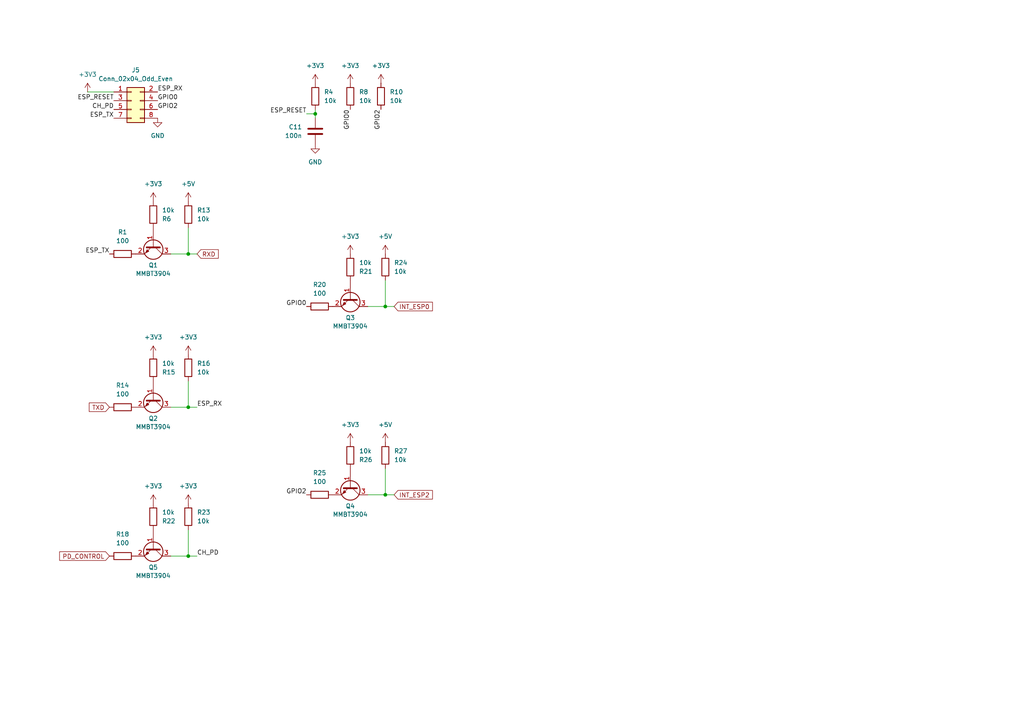
<source format=kicad_sch>
(kicad_sch (version 20231120) (generator "eeschema") (generator_version "8.0")
  (paper "A4")
  (title_block (title "Connectivity module") (comment 1 "ESP-01 (ESP8266) connector and related parts"))
  (lib_symbols
    (symbol "Connector_Generic:Conn_02x04_Odd_Even" (pin_names (offset 1.016) hide)
      (property "Reference" "J" (at 1.27 5.08 0))
      (property "Value" "Conn_02x04_Odd_Even" (at 1.27 -7.62 0))
      (symbol "Conn_02x04_Odd_Even_1_1"
        (rectangle (start -1.27 -4.953) (end 0 -5.207) (stroke (width 0.1524)))
        (rectangle (start -1.27 -2.413) (end 0 -2.667) (stroke (width 0.1524)))
        (rectangle (start -1.27 0.127) (end 0 -0.127) (stroke (width 0.1524)))
        (rectangle (start -1.27 2.667) (end 0 2.413) (stroke (width 0.1524)))
        (rectangle (start -1.27 3.81) (end 3.81 -6.35) (stroke (width 0.254)) (fill (type background)))
        (rectangle (start 3.81 -4.953) (end 2.54 -5.207) (stroke (width 0.1524)))
        (rectangle (start 3.81 -2.413) (end 2.54 -2.667) (stroke (width 0.1524)))
        (rectangle (start 3.81 0.127) (end 2.54 -0.127) (stroke (width 0.1524)))
        (rectangle (start 3.81 2.667) (end 2.54 2.413) (stroke (width 0.1524)))
        (pin passive line (at -5.08 2.54 0) (length 3.81) (name "Pin_1") (number "1"))
        (pin passive line (at 7.62 2.54 180) (length 3.81) (name "Pin_2") (number "2"))
        (pin passive line (at -5.08 0 0) (length 3.81) (name "Pin_3") (number "3"))
        (pin passive line (at 7.62 0 180) (length 3.81) (name "Pin_4") (number "4"))
        (pin passive line (at -5.08 -2.54 0) (length 3.81) (name "Pin_5") (number "5"))
        (pin passive line (at 7.62 -2.54 180) (length 3.81) (name "Pin_6") (number "6"))
        (pin passive line (at -5.08 -5.08 0) (length 3.81) (name "Pin_7") (number "7"))
        (pin passive line (at 7.62 -5.08 180) (length 3.81) (name "Pin_8") (number "8"))
      )
    )
    (symbol "Device:C" (pin_numbers hide) (pin_names (offset 0.254))
      (property "Reference" "C" (at 0.635 2.54 0))
      (property "Value" "C" (at 0.635 -2.54 0))
      (symbol "C_0_1"
        (polyline (pts (xy -2.032 -0.762) (xy 2.032 -0.762)) (stroke (width 0.508)))
        (polyline (pts (xy -2.032 0.762) (xy 2.032 0.762)) (stroke (width 0.508)))
      )
      (symbol "C_1_1"
        (pin passive line (at 0 3.81 270) (length 2.794) (name "~") (number "1"))
        (pin passive line (at 0 -3.81 90) (length 2.794) (name "~") (number "2"))
      )
    )
    (symbol "Device:R" (pin_numbers hide) (pin_names (offset 0))
      (property "Reference" "R" (at 2.032 0 90))
      (property "Value" "R" (at 0 0 90))
      (symbol "R_0_1"
        (rectangle (start -1.016 -2.54) (end 1.016 2.54) (stroke (width 0.254)))
      )
      (symbol "R_1_1"
        (pin passive line (at 0 3.81 270) (length 1.27) (name "~") (number "1"))
        (pin passive line (at 0 -3.81 90) (length 1.27) (name "~") (number "2"))
      )
    )
    (symbol "Transistor_BJT:MMBT3904" (pin_names (offset 0) hide)
      (property "Reference" "Q" (at 5.08 1.905 0))
      (property "Value" "MMBT3904" (at 5.08 0 0))
      (symbol "MMBT3904_0_1"
        (polyline (pts (xy 0.635 0.635) (xy 2.54 2.54)))
        (polyline (pts (xy 0.635 -0.635) (xy 2.54 -2.54) (xy 2.54 -2.54)))
        (polyline (pts (xy 0.635 1.905) (xy 0.635 -1.905) (xy 0.635 -1.905)) (stroke (width 0.508)))
        (polyline (pts (xy 1.27 -1.778) (xy 1.778 -1.27) (xy 2.286 -2.286) (xy 1.27 -1.778) (xy 1.27 -1.778)) (fill (type outline)))
        (circle (center 1.27 0) (radius 2.8194) (stroke (width 0.254)))
      )
      (symbol "MMBT3904_1_1"
        (pin input line (at -5.08 0 0) (length 5.715) (name "B") (number "1"))
        (pin passive line (at 2.54 -5.08 90) (length 2.54) (name "E") (number "2"))
        (pin passive line (at 2.54 5.08 270) (length 2.54) (name "C") (number "3"))
      )
    )
    (symbol "power:+3V3" (power) (pin_numbers hide) (pin_names (offset 0) hide)
      (property "Value" "+3V3" (at 0 3.556 0))
      (symbol "+3V3_0_1"
        (polyline (pts (xy -0.762 1.27) (xy 0 2.54)))
        (polyline (pts (xy 0 0) (xy 0 2.54)))
        (polyline (pts (xy 0 2.54) (xy 0.762 1.27)))
      )
      (symbol "+3V3_1_1"
        (pin power_in line (at 0 0 90) (length 0) (name "~") (number "1"))
      )
    )
    (symbol "power:+5V" (power) (pin_numbers hide) (pin_names (offset 0) hide)
      (property "Value" "+5V" (at 0 3.556 0))
      (symbol "+5V_0_1"
        (polyline (pts (xy -0.762 1.27) (xy 0 2.54)))
        (polyline (pts (xy 0 0) (xy 0 2.54)))
        (polyline (pts (xy 0 2.54) (xy 0.762 1.27)))
      )
      (symbol "+5V_1_1"
        (pin power_in line (at 0 0 90) (length 0) (name "~") (number "1"))
      )
    )
    (symbol "power:GND" (power) (pin_numbers hide) (pin_names (offset 0) hide)
      (property "Value" "GND" (at 0 -3.81 0))
      (symbol "GND_0_1"
        (polyline (pts (xy 0 0) (xy 0 -1.27) (xy 1.27 -1.27) (xy 0 -2.54) (xy -1.27 -1.27) (xy 0 -1.27)))
      )
      (symbol "GND_1_1"
        (pin power_in line (at 0 0 270) (length 0) (name "~") (number "1"))
      )
    )
  )
  (junction (at 54.61 161.29))
  (junction (at 54.61 73.66))
  (junction (at 111.76 143.51))
  (junction (at 54.61 118.11))
  (junction (at 91.44 33.02))
  (junction (at 111.76 88.9))
  (wire (pts (xy 54.61 161.29) (xy 54.61 153.67)))
  (wire (pts (xy 91.44 31.75) (xy 91.44 33.02)))
  (wire (pts (xy 54.61 118.11) (xy 54.61 110.49)))
  (wire (pts (xy 49.53 161.29) (xy 54.61 161.29)))
  (wire (pts (xy 106.68 88.9) (xy 111.76 88.9)))
  (wire (pts (xy 111.76 143.51) (xy 111.76 135.89)))
  (wire (pts (xy 91.44 33.02) (xy 91.44 34.29)))
  (wire (pts (xy 49.53 118.11) (xy 54.61 118.11)))
  (wire (pts (xy 111.76 88.9) (xy 114.3 88.9)))
  (wire (pts (xy 111.76 88.9) (xy 111.76 81.28)))
  (wire (pts (xy 54.61 161.29) (xy 57.15 161.29)))
  (wire (pts (xy 54.61 118.11) (xy 57.15 118.11)))
  (wire (pts (xy 106.68 143.51) (xy 111.76 143.51)))
  (wire (pts (xy 111.76 143.51) (xy 114.3 143.51)))
  (wire (pts (xy 54.61 73.66) (xy 57.15 73.66)))
  (wire (pts (xy 49.53 73.66) (xy 54.61 73.66)))
  (wire (pts (xy 54.61 73.66) (xy 54.61 66.04)))
  (wire (pts (xy 25.4 26.67) (xy 33.02 26.67)))
  (wire (pts (xy 88.9 33.02) (xy 91.44 33.02)))
  (label "ESP_RX" (at 45.72 26.67 0))
  (label "GPIO0" (at 88.9 88.9 180))
  (label "ESP_RX" (at 57.15 118.11 0))
  (label "CH_PD" (at 57.15 161.29 0))
  (label "GPIO0" (at 45.72 29.21 0))
  (label "ESP_RESET" (at 33.02 29.21 180))
  (label "ESP_TX" (at 33.02 34.29 180))
  (label "CH_PD" (at 33.02 31.75 180))
  (label "ESP_TX" (at 31.75 73.66 180))
  (label "GPIO2" (at 88.9 143.51 180))
  (label "GPIO0" (at 101.6 31.75 270))
  (label "GPIO2" (at 45.72 31.75 0))
  (label "GPIO2" (at 110.49 31.75 270))
  (label "ESP_RESET" (at 88.9 33.02 180))
  (global_label "TXD" (shape input) (at 31.75 118.11 180) (property "Intersheetrefs" "${INTERSHEET_REFS}" (effects (hide yes))))
  (global_label "INT_ESP0" (shape input) (at 114.3 88.9 0) (property "Intersheetrefs" "${INTERSHEET_REFS}" (effects (hide yes))))
  (global_label "RXD" (shape input) (at 57.15 73.66 0) (property "Intersheetrefs" "${INTERSHEET_REFS}" (effects (hide yes))))
  (global_label "INT_ESP2" (shape input) (at 114.3 143.51 0) (property "Intersheetrefs" "${INTERSHEET_REFS}" (effects (hide yes))))
  (global_label "PD_CONTROL" (shape input) (at 31.75 161.29 180) (property "Intersheetrefs" "${INTERSHEET_REFS}" (effects (hide yes))))
  (symbol (lib_id "Transistor_BJT:MMBT3904") (at 44.45 115.57 270) (unit 1)
    (property "Reference" "Q2" (at 44.45 121.3795 90))
    (property "Value" "MMBT3904" (at 44.45 123.8038 90))
    (property "Footprint" "Package_TO_SOT_SMD:SOT-23" (effects (hide yes)))
    (property "Datasheet" "https://www.onsemi.com/pdf/datasheet/pzt3904-d.pdf" (effects (hide yes)))
    (property "Description" "0.2A Ic, 40V Vce, Small Signal NPN Transistor, SOT-23" (effects (hide yes)))
  )
  (symbol (lib_id "Device:R") (at 92.71 88.9 90) (unit 1)
    (property "Reference" "R20" (at 92.71 82.55 90))
    (property "Value" "100" (at 92.71 85.09 90))
    (property "Description" "Resistor" (effects (hide yes)))
  )
  (symbol (lib_id "power:+3V3") (at 101.6 24.13 0) (unit 1)
    (property "Reference" "#PWR030" (effects (hide yes)))
    (property "Value" "+3V3" (at 101.6 19.05 0))
    (property "Description" "Power symbol creates a global label with name \"+3V3\"" (effects (hide yes)))
  )
  (symbol (lib_id "Device:R") (at 44.45 62.23 180) (unit 1)
    (property "Reference" "R6" (at 46.99 63.5001 0) (effects (justify right)))
    (property "Value" "10k" (at 46.99 60.9601 0) (effects (justify right)))
    (property "Description" "Resistor" (effects (hide yes)))
  )
  (symbol (lib_id "Transistor_BJT:MMBT3904") (at 101.6 86.36 270) (unit 1)
    (property "Reference" "Q3" (at 101.6 92.1695 90))
    (property "Value" "MMBT3904" (at 101.6 94.5938 90))
    (property "Footprint" "Package_TO_SOT_SMD:SOT-23" (effects (hide yes)))
    (property "Datasheet" "https://www.onsemi.com/pdf/datasheet/pzt3904-d.pdf" (effects (hide yes)))
    (property "Description" "0.2A Ic, 40V Vce, Small Signal NPN Transistor, SOT-23" (effects (hide yes)))
  )
  (symbol (lib_id "Device:R") (at 44.45 106.68 180) (unit 1)
    (property "Reference" "R15" (at 46.99 107.9501 0) (effects (justify right)))
    (property "Value" "10k" (at 46.99 105.4101 0) (effects (justify right)))
    (property "Description" "Resistor" (effects (hide yes)))
  )
  (symbol (lib_id "Device:R") (at 35.56 73.66 90) (unit 1)
    (property "Reference" "R1" (at 35.56 67.31 90))
    (property "Value" "100" (at 35.56 69.85 90))
    (property "Description" "Resistor" (effects (hide yes)))
  )
  (symbol (lib_id "power:+3V3") (at 54.61 146.05 0) (unit 1)
    (property "Reference" "#PWR043" (effects (hide yes)))
    (property "Value" "+3V3" (at 54.61 140.97 0))
    (property "Description" "Power symbol creates a global label with name \"+3V3\"" (effects (hide yes)))
  )
  (symbol (lib_id "Device:R") (at 101.6 132.08 180) (unit 1)
    (property "Reference" "R26" (at 104.14 133.3501 0) (effects (justify right)))
    (property "Value" "10k" (at 104.14 130.8101 0) (effects (justify right)))
    (property "Description" "Resistor" (effects (hide yes)))
  )
  (symbol (lib_id "Device:R") (at 54.61 149.86 0) (unit 1)
    (property "Reference" "R23" (at 57.15 148.5899 0) (effects (justify left)))
    (property "Value" "10k" (at 57.15 151.1299 0) (effects (justify left)))
    (property "Description" "Resistor" (effects (hide yes)))
  )
  (symbol (lib_id "Transistor_BJT:MMBT3904") (at 101.6 140.97 270) (unit 1)
    (property "Reference" "Q4" (at 101.6 146.7795 90))
    (property "Value" "MMBT3904" (at 101.6 149.2038 90))
    (property "Footprint" "Package_TO_SOT_SMD:SOT-23" (effects (hide yes)))
    (property "Datasheet" "https://www.onsemi.com/pdf/datasheet/pzt3904-d.pdf" (effects (hide yes)))
    (property "Description" "0.2A Ic, 40V Vce, Small Signal NPN Transistor, SOT-23" (effects (hide yes)))
  )
  (symbol (lib_id "power:GND") (at 45.72 34.29 0) (unit 1)
    (property "Reference" "#PWR027" (effects (hide yes)))
    (property "Value" "GND" (at 45.72 39.37 0))
    (property "Description" "Power symbol creates a global label with name \"GND\" , ground" (effects (hide yes)))
  )
  (symbol (lib_id "power:+5V") (at 111.76 73.66 0) (unit 1)
    (property "Reference" "#PWR046" (effects (hide yes)))
    (property "Value" "+5V" (at 111.76 68.58 0))
    (property "Description" "Power symbol creates a global label with name \"+5V\"" (effects (hide yes)))
  )
  (symbol (lib_id "power:+3V3") (at 44.45 146.05 0) (unit 1)
    (property "Reference" "#PWR042" (effects (hide yes)))
    (property "Value" "+3V3" (at 44.45 140.97 0))
    (property "Description" "Power symbol creates a global label with name \"+3V3\"" (effects (hide yes)))
  )
  (symbol (lib_id "power:+3V3") (at 44.45 58.42 0) (unit 1)
    (property "Reference" "#PWR033" (effects (hide yes)))
    (property "Value" "+3V3" (at 44.45 53.34 0))
    (property "Description" "Power symbol creates a global label with name \"+3V3\"" (effects (hide yes)))
  )
  (symbol (lib_id "power:+3V3") (at 54.61 102.87 0) (unit 1)
    (property "Reference" "#PWR038" (effects (hide yes)))
    (property "Value" "+3V3" (at 54.61 97.79 0))
    (property "Description" "Power symbol creates a global label with name \"+3V3\"" (effects (hide yes)))
  )
  (symbol (lib_id "Device:R") (at 101.6 77.47 180) (unit 1)
    (property "Reference" "R21" (at 104.14 78.7401 0) (effects (justify right)))
    (property "Value" "10k" (at 104.14 76.2001 0) (effects (justify right)))
    (property "Description" "Resistor" (effects (hide yes)))
  )
  (symbol (lib_id "Device:R") (at 44.45 149.86 180) (unit 1)
    (property "Reference" "R22" (at 46.99 151.1301 0) (effects (justify right)))
    (property "Value" "10k" (at 46.99 148.5901 0) (effects (justify right)))
    (property "Description" "Resistor" (effects (hide yes)))
  )
  (symbol (lib_id "Device:R") (at 111.76 132.08 0) (unit 1)
    (property "Reference" "R27" (at 114.3 130.8099 0) (effects (justify left)))
    (property "Value" "10k" (at 114.3 133.3499 0) (effects (justify left)))
    (property "Description" "Resistor" (effects (hide yes)))
  )
  (symbol (lib_id "power:+5V") (at 54.61 58.42 0) (unit 1)
    (property "Reference" "#PWR034" (effects (hide yes)))
    (property "Value" "+5V" (at 54.61 53.34 0))
    (property "Description" "Power symbol creates a global label with name \"+5V\"" (effects (hide yes)))
  )
  (symbol (lib_id "Device:R") (at 91.44 27.94 0) (unit 1)
    (property "Reference" "R4" (at 93.98 26.6699 0) (effects (justify left)))
    (property "Value" "10k" (at 93.98 29.2099 0) (effects (justify left)))
    (property "Description" "Resistor" (effects (hide yes)))
  )
  (symbol (lib_id "Connector_Generic:Conn_02x04_Odd_Even") (at 38.1 29.21 0) (unit 1)
    (property "Reference" "J5" (at 39.37 20.32 0))
    (property "Value" "Conn_02x04_Odd_Even" (at 39.37 22.86 0))
    (property "Footprint" "Connector_PinSocket_2.54mm:PinSocket_2x04_P2.54mm_Vertical" (effects (hide yes)))
    (property "Description" "Generic connector, double row, 02x04, odd/even pin numbering scheme (row 1 odd numbers, row 2 even numbers), script generated (kicad-library-utils/schlib/autogen/connector/)" (effects (hide yes)))
  )
  (symbol (lib_id "power:+3V3") (at 101.6 73.66 0) (unit 1)
    (property "Reference" "#PWR045" (effects (hide yes)))
    (property "Value" "+3V3" (at 101.6 68.58 0))
    (property "Description" "Power symbol creates a global label with name \"+3V3\"" (effects (hide yes)))
  )
  (symbol (lib_id "power:+3V3") (at 91.44 24.13 0) (unit 1)
    (property "Reference" "#PWR022" (effects (hide yes)))
    (property "Value" "+3V3" (at 91.44 19.05 0))
    (property "Description" "Power symbol creates a global label with name \"+3V3\"" (effects (hide yes)))
  )
  (symbol (lib_id "Transistor_BJT:MMBT3904") (at 44.45 71.12 270) (unit 1)
    (property "Reference" "Q1" (at 44.45 76.9295 90))
    (property "Value" "MMBT3904" (at 44.45 79.3538 90))
    (property "Footprint" "Package_TO_SOT_SMD:SOT-23" (effects (hide yes)))
    (property "Datasheet" "https://www.onsemi.com/pdf/datasheet/pzt3904-d.pdf" (effects (hide yes)))
    (property "Description" "0.2A Ic, 40V Vce, Small Signal NPN Transistor, SOT-23" (effects (hide yes)))
  )
  (symbol (lib_id "Device:R") (at 54.61 106.68 0) (unit 1)
    (property "Reference" "R16" (at 57.15 105.4099 0) (effects (justify left)))
    (property "Value" "10k" (at 57.15 107.9499 0) (effects (justify left)))
    (property "Description" "Resistor" (effects (hide yes)))
  )
  (symbol (lib_id "Device:R") (at 110.49 27.94 0) (unit 1)
    (property "Reference" "R10" (at 113.03 26.6699 0) (effects (justify left)))
    (property "Value" "10k" (at 113.03 29.2099 0) (effects (justify left)))
    (property "Description" "Resistor" (effects (hide yes)))
  )
  (symbol (lib_id "power:+3V3") (at 44.45 102.87 0) (unit 1)
    (property "Reference" "#PWR037" (effects (hide yes)))
    (property "Value" "+3V3" (at 44.45 97.79 0))
    (property "Description" "Power symbol creates a global label with name \"+3V3\"" (effects (hide yes)))
  )
  (symbol (lib_id "Device:R") (at 35.56 118.11 90) (unit 1)
    (property "Reference" "R14" (at 35.56 111.76 90))
    (property "Value" "100" (at 35.56 114.3 90))
    (property "Description" "Resistor" (effects (hide yes)))
  )
  (symbol (lib_id "Device:C") (at 91.44 38.1 0) (unit 1)
    (property "Reference" "C11" (at 87.63 36.8299 0) (effects (justify right)))
    (property "Value" "100n" (at 87.63 39.3699 0) (effects (justify right)))
    (property "Description" "Unpolarized capacitor" (effects (hide yes)))
  )
  (symbol (lib_id "power:+5V") (at 111.76 128.27 0) (unit 1)
    (property "Reference" "#PWR048" (effects (hide yes)))
    (property "Value" "+5V" (at 111.76 123.19 0))
    (property "Description" "Power symbol creates a global label with name \"+5V\"" (effects (hide yes)))
  )
  (symbol (lib_id "Device:R") (at 35.56 161.29 90) (unit 1)
    (property "Reference" "R18" (at 35.56 154.94 90))
    (property "Value" "100" (at 35.56 157.48 90))
    (property "Description" "Resistor" (effects (hide yes)))
  )
  (symbol (lib_id "Device:R") (at 101.6 27.94 0) (unit 1)
    (property "Reference" "R8" (at 104.14 26.6699 0) (effects (justify left)))
    (property "Value" "10k" (at 104.14 29.2099 0) (effects (justify left)))
    (property "Description" "Resistor" (effects (hide yes)))
  )
  (symbol (lib_id "Device:R") (at 92.71 143.51 90) (unit 1)
    (property "Reference" "R25" (at 92.71 137.16 90))
    (property "Value" "100" (at 92.71 139.7 90))
    (property "Description" "Resistor" (effects (hide yes)))
  )
  (symbol (lib_id "Transistor_BJT:MMBT3904") (at 44.45 158.75 270) (unit 1)
    (property "Reference" "Q5" (at 44.45 164.5595 90))
    (property "Value" "MMBT3904" (at 44.45 166.9838 90))
    (property "Footprint" "Package_TO_SOT_SMD:SOT-23" (effects (hide yes)))
    (property "Datasheet" "https://www.onsemi.com/pdf/datasheet/pzt3904-d.pdf" (effects (hide yes)))
    (property "Description" "0.2A Ic, 40V Vce, Small Signal NPN Transistor, SOT-23" (effects (hide yes)))
  )
  (symbol (lib_id "power:GND") (at 91.44 41.91 0) (unit 1)
    (property "Reference" "#PWR026" (effects (hide yes)))
    (property "Value" "GND" (at 91.44 46.99 0))
    (property "Description" "Power symbol creates a global label with name \"GND\" , ground" (effects (hide yes)))
  )
  (symbol (lib_id "power:+3V3") (at 101.6 128.27 0) (unit 1)
    (property "Reference" "#PWR047" (effects (hide yes)))
    (property "Value" "+3V3" (at 101.6 123.19 0))
    (property "Description" "Power symbol creates a global label with name \"+3V3\"" (effects (hide yes)))
  )
  (symbol (lib_id "power:+3V3") (at 25.4 26.67 0) (unit 1)
    (property "Reference" "#PWR024" (effects (hide yes)))
    (property "Value" "+3V3" (at 25.4 21.59 0))
    (property "Description" "Power symbol creates a global label with name \"+3V3\"" (effects (hide yes)))
  )
  (symbol (lib_id "Device:R") (at 111.76 77.47 0) (unit 1)
    (property "Reference" "R24" (at 114.3 76.1999 0) (effects (justify left)))
    (property "Value" "10k" (at 114.3 78.7399 0) (effects (justify left)))
    (property "Description" "Resistor" (effects (hide yes)))
  )
  (symbol (lib_id "Device:R") (at 54.61 62.23 0) (unit 1)
    (property "Reference" "R13" (at 57.15 60.9599 0) (effects (justify left)))
    (property "Value" "10k" (at 57.15 63.4999 0) (effects (justify left)))
    (property "Description" "Resistor" (effects (hide yes)))
  )
  (symbol (lib_id "power:+3V3") (at 110.49 24.13 0) (unit 1)
    (property "Reference" "#PWR041" (effects (hide yes)))
    (property "Value" "+3V3" (at 110.49 19.05 0))
    (property "Description" "Power symbol creates a global label with name \"+3V3\"" (effects (hide yes)))
  )
)
</source>
